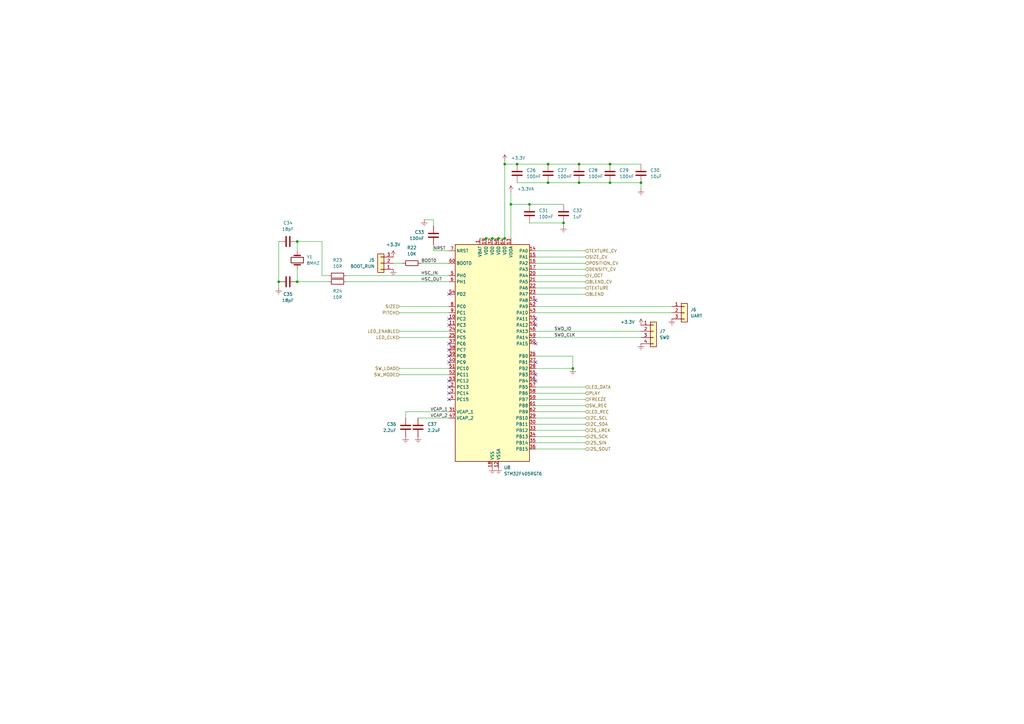
<source format=kicad_sch>
(kicad_sch (version 20231120) (generator "eeschema") (generator_version "8.0")
  (paper "A3")
  (lib_symbols
    (symbol "Connector_Generic:Conn_01x03" (pin_names (offset 1.016) hide)
      (property "Reference" "J" (at 0 5.08 0))
      (property "Value" "Conn_01x03" (at 0 -5.08 0))
      (symbol "Conn_01x03_1_1"
        (rectangle (start -1.27 -2.413) (end 0 -2.667) (stroke (width 0.1524)))
        (rectangle (start -1.27 0.127) (end 0 -0.127) (stroke (width 0.1524)))
        (rectangle (start -1.27 2.667) (end 0 2.413) (stroke (width 0.1524)))
        (rectangle (start -1.27 3.81) (end 1.27 -3.81) (stroke (width 0.254)) (fill (type background)))
        (pin passive line (at -5.08 2.54 0) (length 3.81) (name "Pin_1") (number "1"))
        (pin passive line (at -5.08 0 0) (length 3.81) (name "Pin_2") (number "2"))
        (pin passive line (at -5.08 -2.54 0) (length 3.81) (name "Pin_3") (number "3"))
      )
    )
    (symbol "Connector_Generic:Conn_01x04" (pin_names (offset 1.016) hide)
      (property "Reference" "J" (at 0 5.08 0))
      (property "Value" "Conn_01x04" (at 0 -7.62 0))
      (symbol "Conn_01x04_1_1"
        (rectangle (start -1.27 -4.953) (end 0 -5.207) (stroke (width 0.1524)))
        (rectangle (start -1.27 -2.413) (end 0 -2.667) (stroke (width 0.1524)))
        (rectangle (start -1.27 0.127) (end 0 -0.127) (stroke (width 0.1524)))
        (rectangle (start -1.27 2.667) (end 0 2.413) (stroke (width 0.1524)))
        (rectangle (start -1.27 3.81) (end 1.27 -6.35) (stroke (width 0.254)) (fill (type background)))
        (pin passive line (at -5.08 2.54 0) (length 3.81) (name "Pin_1") (number "1"))
        (pin passive line (at -5.08 0 0) (length 3.81) (name "Pin_2") (number "2"))
        (pin passive line (at -5.08 -2.54 0) (length 3.81) (name "Pin_3") (number "3"))
        (pin passive line (at -5.08 -5.08 0) (length 3.81) (name "Pin_4") (number "4"))
      )
    )
    (symbol "Device:C" (pin_numbers hide) (pin_names (offset 0.254))
      (property "Reference" "C" (at 0.635 2.54 0))
      (property "Value" "C" (at 0.635 -2.54 0))
      (symbol "C_0_1"
        (polyline (pts (xy -2.032 -0.762) (xy 2.032 -0.762)) (stroke (width 0.508)))
        (polyline (pts (xy -2.032 0.762) (xy 2.032 0.762)) (stroke (width 0.508)))
      )
      (symbol "C_1_1"
        (pin passive line (at 0 3.81 270) (length 2.794) (name "~") (number "1"))
        (pin passive line (at 0 -3.81 90) (length 2.794) (name "~") (number "2"))
      )
    )
    (symbol "Device:Crystal" (pin_numbers hide) (pin_names (offset 1.016) hide)
      (property "Reference" "Y" (at 0 3.81 0))
      (property "Value" "Crystal" (at 0 -3.81 0))
      (symbol "Crystal_0_1"
        (rectangle (start -1.143 2.54) (end 1.143 -2.54) (stroke (width 0.3048)))
        (polyline (pts (xy -2.54 0) (xy -1.905 0)))
        (polyline (pts (xy -1.905 -1.27) (xy -1.905 1.27)) (stroke (width 0.508)))
        (polyline (pts (xy 1.905 -1.27) (xy 1.905 1.27)) (stroke (width 0.508)))
        (polyline (pts (xy 2.54 0) (xy 1.905 0)))
      )
      (symbol "Crystal_1_1"
        (pin passive line (at -3.81 0 0) (length 1.27) (name "1") (number "1"))
        (pin passive line (at 3.81 0 180) (length 1.27) (name "2") (number "2"))
      )
    )
    (symbol "Device:R" (pin_numbers hide) (pin_names (offset 0))
      (property "Reference" "R" (at 2.032 0 90))
      (property "Value" "R" (at 0 0 90))
      (symbol "R_0_1"
        (rectangle (start -1.016 -2.54) (end 1.016 2.54) (stroke (width 0.254)))
      )
      (symbol "R_1_1"
        (pin passive line (at 0 3.81 270) (length 1.27) (name "~") (number "1"))
        (pin passive line (at 0 -3.81 90) (length 1.27) (name "~") (number "2"))
      )
    )
    (symbol "MCU_ST_STM32F4:STM32F405RGTx"
      (property "Reference" "U" (at -15.24 46.99 0))
      (property "Value" "STM32F405RGTx" (at 10.16 46.99 0))
      (symbol "STM32F405RGTx_0_1"
        (rectangle (start -15.24 -43.18) (end 15.24 45.72) (stroke (width 0.254)) (fill (type background)))
      )
      (symbol "STM32F405RGTx_1_1"
        (pin power_in line (at -5.08 48.26 270) (length 2.54) (name "VBAT") (number "1"))
        (pin bidirectional line (at -17.78 15.24 0) (length 2.54) (name "PC2") (number "10"))
        (pin bidirectional line (at -17.78 12.7 0) (length 2.54) (name "PC3") (number "11"))
        (pin power_in line (at 2.54 -45.72 90) (length 2.54) (name "VSSA") (number "12"))
        (pin power_in line (at 7.62 48.26 270) (length 2.54) (name "VDDA") (number "13"))
        (pin bidirectional line (at 17.78 43.18 180) (length 2.54) (name "PA0") (number "14"))
        (pin bidirectional line (at 17.78 40.64 180) (length 2.54) (name "PA1") (number "15"))
        (pin bidirectional line (at 17.78 38.1 180) (length 2.54) (name "PA2") (number "16"))
        (pin bidirectional line (at 17.78 35.56 180) (length 2.54) (name "PA3") (number "17"))
        (pin power_in line (at 0 -45.72 90) (length 2.54) (name "VSS") (number "18"))
        (pin power_in line (at -2.54 48.26 270) (length 2.54) (name "VDD") (number "19"))
        (pin bidirectional line (at -17.78 -12.7 0) (length 2.54) (name "PC13") (number "2"))
        (pin bidirectional line (at 17.78 33.02 180) (length 2.54) (name "PA4") (number "20"))
        (pin bidirectional line (at 17.78 30.48 180) (length 2.54) (name "PA5") (number "21"))
        (pin bidirectional line (at 17.78 27.94 180) (length 2.54) (name "PA6") (number "22"))
        (pin bidirectional line (at 17.78 25.4 180) (length 2.54) (name "PA7") (number "23"))
        (pin bidirectional line (at -17.78 10.16 0) (length 2.54) (name "PC4") (number "24"))
        (pin bidirectional line (at -17.78 7.62 0) (length 2.54) (name "PC5") (number "25"))
        (pin bidirectional line (at 17.78 0 180) (length 2.54) (name "PB0") (number "26"))
        (pin bidirectional line (at 17.78 -2.54 180) (length 2.54) (name "PB1") (number "27"))
        (pin bidirectional line (at 17.78 -5.08 180) (length 2.54) (name "PB2") (number "28"))
        (pin bidirectional line (at 17.78 -25.4 180) (length 2.54) (name "PB10") (number "29"))
        (pin bidirectional line (at -17.78 -15.24 0) (length 2.54) (name "PC14") (number "3"))
        (pin bidirectional line (at 17.78 -27.94 180) (length 2.54) (name "PB11") (number "30"))
        (pin power_out line (at -17.78 -22.86 0) (length 2.54) (name "VCAP_1") (number "31"))
        (pin power_in line (at 0 48.26 270) (length 2.54) (name "VDD") (number "32"))
        (pin bidirectional line (at 17.78 -30.48 180) (length 2.54) (name "PB12") (number "33"))
        (pin bidirectional line (at 17.78 -33.02 180) (length 2.54) (name "PB13") (number "34"))
        (pin bidirectional line (at 17.78 -35.56 180) (length 2.54) (name "PB14") (number "35"))
        (pin bidirectional line (at 17.78 -38.1 180) (length 2.54) (name "PB15") (number "36"))
        (pin bidirectional line (at -17.78 5.08 0) (length 2.54) (name "PC6") (number "37"))
        (pin bidirectional line (at -17.78 2.54 0) (length 2.54) (name "PC7") (number "38"))
        (pin bidirectional line (at -17.78 0 0) (length 2.54) (name "PC8") (number "39"))
        (pin bidirectional line (at -17.78 -17.78 0) (length 2.54) (name "PC15") (number "4"))
        (pin bidirectional line (at -17.78 -2.54 0) (length 2.54) (name "PC9") (number "40"))
        (pin bidirectional line (at 17.78 22.86 180) (length 2.54) (name "PA8") (number "41"))
        (pin bidirectional line (at 17.78 20.32 180) (length 2.54) (name "PA9") (number "42"))
        (pin bidirectional line (at 17.78 17.78 180) (length 2.54) (name "PA10") (number "43"))
        (pin bidirectional line (at 17.78 15.24 180) (length 2.54) (name "PA11") (number "44"))
        (pin bidirectional line (at 17.78 12.7 180) (length 2.54) (name "PA12") (number "45"))
        (pin bidirectional line (at 17.78 10.16 180) (length 2.54) (name "PA13") (number "46"))
        (pin power_out line (at -17.78 -25.4 0) (length 2.54) (name "VCAP_2") (number "47"))
        (pin power_in line (at 2.54 48.26 270) (length 2.54) (name "VDD") (number "48"))
        (pin bidirectional line (at 17.78 7.62 180) (length 2.54) (name "PA14") (number "49"))
        (pin bidirectional line (at -17.78 33.02 0) (length 2.54) (name "PH0") (number "5"))
        (pin bidirectional line (at 17.78 5.08 180) (length 2.54) (name "PA15") (number "50"))
        (pin bidirectional line (at -17.78 -5.08 0) (length 2.54) (name "PC10") (number "51"))
        (pin bidirectional line (at -17.78 -7.62 0) (length 2.54) (name "PC11") (number "52"))
        (pin bidirectional line (at -17.78 -10.16 0) (length 2.54) (name "PC12") (number "53"))
        (pin bidirectional line (at -17.78 25.4 0) (length 2.54) (name "PD2") (number "54"))
        (pin bidirectional line (at 17.78 -7.62 180) (length 2.54) (name "PB3") (number "55"))
        (pin bidirectional line (at 17.78 -10.16 180) (length 2.54) (name "PB4") (number "56"))
        (pin bidirectional line (at 17.78 -12.7 180) (length 2.54) (name "PB5") (number "57"))
        (pin bidirectional line (at 17.78 -15.24 180) (length 2.54) (name "PB6") (number "58"))
        (pin bidirectional line (at 17.78 -17.78 180) (length 2.54) (name "PB7") (number "59"))
        (pin bidirectional line (at -17.78 30.48 0) (length 2.54) (name "PH1") (number "6"))
        (pin input line (at -17.78 38.1 0) (length 2.54) (name "BOOT0") (number "60"))
        (pin bidirectional line (at 17.78 -20.32 180) (length 2.54) (name "PB8") (number "61"))
        (pin bidirectional line (at 17.78 -22.86 180) (length 2.54) (name "PB9") (number "62"))
        (pin passive line (at 0 -45.72 90) (length 2.54) hide (name "VSS") (number "63"))
        (pin power_in line (at 5.08 48.26 270) (length 2.54) (name "VDD") (number "64"))
        (pin input line (at -17.78 43.18 0) (length 2.54) (name "NRST") (number "7"))
        (pin bidirectional line (at -17.78 20.32 0) (length 2.54) (name "PC0") (number "8"))
        (pin bidirectional line (at -17.78 17.78 0) (length 2.54) (name "PC1") (number "9"))
      )
    )
    (symbol "power:+3.3V" (power) (pin_numbers hide) (pin_names (offset 0) hide)
      (property "Value" "+3.3V" (at 0 3.556 0))
      (symbol "+3.3V_0_1"
        (polyline (pts (xy -0.762 1.27) (xy 0 2.54)))
        (polyline (pts (xy 0 0) (xy 0 2.54)))
        (polyline (pts (xy 0 2.54) (xy 0.762 1.27)))
      )
      (symbol "+3.3V_1_1"
        (pin power_in line (at 0 0 90) (length 0) (name "~") (number "1"))
      )
    )
    (symbol "power:GNDREF" (power) (pin_numbers hide) (pin_names (offset 0) hide)
      (property "Value" "GNDREF" (at 0 -3.81 0))
      (symbol "GNDREF_0_1"
        (polyline (pts (xy -0.635 -1.905) (xy 0.635 -1.905)))
        (polyline (pts (xy -0.127 -2.54) (xy 0.127 -2.54)))
        (polyline (pts (xy 0 -1.27) (xy 0 0)))
        (polyline (pts (xy 1.27 -1.27) (xy -1.27 -1.27)))
      )
      (symbol "GNDREF_1_1"
        (pin power_in line (at 0 0 270) (length 0) (name "~") (number "1"))
      )
    )
  )
  (junction (at 121.92 115.57))
  (junction (at 114.3 115.57))
  (junction (at 201.93 97.79))
  (junction (at 199.39 97.79))
  (junction (at 212.09 67.31))
  (junction (at 250.19 67.31))
  (junction (at 204.47 97.79))
  (junction (at 234.95 151.13))
  (junction (at 237.49 74.93))
  (junction (at 237.49 67.31))
  (junction (at 224.79 74.93))
  (junction (at 231.14 91.44))
  (junction (at 250.19 74.93))
  (junction (at 207.01 97.79))
  (junction (at 262.89 74.93))
  (junction (at 209.55 83.82))
  (junction (at 207.01 67.31))
  (junction (at 224.79 67.31))
  (junction (at 121.92 99.06))
  (junction (at 217.17 83.82))
  (no_connect (at 184.15 130.81))
  (no_connect (at 219.71 153.67))
  (no_connect (at 184.15 163.83))
  (no_connect (at 219.71 148.59))
  (no_connect (at 184.15 120.65))
  (no_connect (at 219.71 133.35))
  (no_connect (at 219.71 140.97))
  (no_connect (at 184.15 148.59))
  (no_connect (at 184.15 133.35))
  (no_connect (at 219.71 156.21))
  (no_connect (at 184.15 156.21))
  (no_connect (at 219.71 123.19))
  (no_connect (at 184.15 161.29))
  (no_connect (at 184.15 140.97))
  (no_connect (at 184.15 143.51))
  (no_connect (at 184.15 146.05))
  (no_connect (at 184.15 158.75))
  (no_connect (at 219.71 130.81))
  (wire (pts (xy 219.71 168.91) (xy 240.03 168.91)))
  (wire (pts (xy 219.71 171.45) (xy 240.03 171.45)))
  (wire (pts (xy 177.8 102.87) (xy 184.15 102.87)))
  (wire (pts (xy 224.79 74.93) (xy 237.49 74.93)))
  (wire (pts (xy 163.83 135.89) (xy 184.15 135.89)))
  (wire (pts (xy 204.47 97.79) (xy 207.01 97.79)))
  (wire (pts (xy 217.17 83.82) (xy 231.14 83.82)))
  (wire (pts (xy 171.45 171.45) (xy 184.15 171.45)))
  (wire (pts (xy 219.71 120.65) (xy 240.03 120.65)))
  (wire (pts (xy 212.09 74.93) (xy 224.79 74.93)))
  (wire (pts (xy 166.37 171.45) (xy 166.37 168.91)))
  (wire (pts (xy 121.92 99.06) (xy 132.08 99.06)))
  (wire (pts (xy 114.3 115.57) (xy 114.3 118.11)))
  (wire (pts (xy 231.14 91.44) (xy 231.14 92.71)))
  (wire (pts (xy 219.71 138.43) (xy 262.89 138.43)))
  (wire (pts (xy 201.93 97.79) (xy 204.47 97.79)))
  (wire (pts (xy 177.8 90.17) (xy 173.99 90.17)))
  (wire (pts (xy 219.71 161.29) (xy 240.03 161.29)))
  (wire (pts (xy 177.8 92.71) (xy 177.8 90.17)))
  (wire (pts (xy 114.3 99.06) (xy 114.3 115.57)))
  (wire (pts (xy 199.39 97.79) (xy 201.93 97.79)))
  (wire (pts (xy 161.29 107.95) (xy 165.1 107.95)))
  (wire (pts (xy 250.19 74.93) (xy 262.89 74.93)))
  (wire (pts (xy 163.83 125.73) (xy 184.15 125.73)))
  (wire (pts (xy 219.71 107.95) (xy 240.03 107.95)))
  (wire (pts (xy 121.92 115.57) (xy 134.62 115.57)))
  (wire (pts (xy 163.83 153.67) (xy 184.15 153.67)))
  (wire (pts (xy 219.71 105.41) (xy 240.03 105.41)))
  (wire (pts (xy 219.71 115.57) (xy 240.03 115.57)))
  (wire (pts (xy 172.72 107.95) (xy 184.15 107.95)))
  (wire (pts (xy 219.71 118.11) (xy 240.03 118.11)))
  (wire (pts (xy 237.49 74.93) (xy 250.19 74.93)))
  (wire (pts (xy 142.24 115.57) (xy 184.15 115.57)))
  (wire (pts (xy 219.71 184.15) (xy 240.03 184.15)))
  (wire (pts (xy 219.71 102.87) (xy 240.03 102.87)))
  (wire (pts (xy 219.71 135.89) (xy 262.89 135.89)))
  (wire (pts (xy 207.01 66.04) (xy 207.01 67.31)))
  (wire (pts (xy 219.71 179.07) (xy 240.03 179.07)))
  (wire (pts (xy 163.83 128.27) (xy 184.15 128.27)))
  (wire (pts (xy 209.55 83.82) (xy 209.55 78.74)))
  (wire (pts (xy 209.55 83.82) (xy 217.17 83.82)))
  (wire (pts (xy 196.85 97.79) (xy 199.39 97.79)))
  (wire (pts (xy 224.79 67.31) (xy 237.49 67.31)))
  (wire (pts (xy 142.24 113.03) (xy 184.15 113.03)))
  (wire (pts (xy 207.01 67.31) (xy 212.09 67.31)))
  (wire (pts (xy 250.19 67.31) (xy 262.89 67.31)))
  (wire (pts (xy 219.71 125.73) (xy 275.59 125.73)))
  (wire (pts (xy 212.09 67.31) (xy 224.79 67.31)))
  (wire (pts (xy 121.92 102.87) (xy 121.92 99.06)))
  (wire (pts (xy 234.95 146.05) (xy 234.95 151.13)))
  (wire (pts (xy 219.71 166.37) (xy 240.03 166.37)))
  (wire (pts (xy 219.71 163.83) (xy 240.03 163.83)))
  (wire (pts (xy 219.71 176.53) (xy 240.03 176.53)))
  (wire (pts (xy 209.55 83.82) (xy 209.55 97.79)))
  (wire (pts (xy 231.14 91.44) (xy 217.17 91.44)))
  (wire (pts (xy 262.89 77.47) (xy 262.89 74.93)))
  (wire (pts (xy 132.08 113.03) (xy 134.62 113.03)))
  (wire (pts (xy 163.83 138.43) (xy 184.15 138.43)))
  (wire (pts (xy 207.01 67.31) (xy 207.01 97.79)))
  (wire (pts (xy 163.83 151.13) (xy 184.15 151.13)))
  (wire (pts (xy 177.8 100.33) (xy 177.8 102.87)))
  (wire (pts (xy 219.71 146.05) (xy 234.95 146.05)))
  (wire (pts (xy 219.71 173.99) (xy 240.03 173.99)))
  (wire (pts (xy 219.71 113.03) (xy 240.03 113.03)))
  (wire (pts (xy 237.49 67.31) (xy 250.19 67.31)))
  (wire (pts (xy 219.71 128.27) (xy 275.59 128.27)))
  (wire (pts (xy 219.71 158.75) (xy 240.03 158.75)))
  (wire (pts (xy 166.37 168.91) (xy 184.15 168.91)))
  (wire (pts (xy 121.92 110.49) (xy 121.92 115.57)))
  (wire (pts (xy 132.08 99.06) (xy 132.08 113.03)))
  (wire (pts (xy 234.95 151.13) (xy 219.71 151.13)))
  (wire (pts (xy 219.71 110.49) (xy 240.03 110.49)))
  (wire (pts (xy 219.71 181.61) (xy 240.03 181.61)))
  (label "VCAP_1" (at 176.53 168.91 0))
  (label "SWD_IO" (at 227.33 135.89 0))
  (label "NRST" (at 177.8 102.87 0))
  (label "SWD_CLK" (at 227.33 138.43 0))
  (label "VCAP_2" (at 176.53 171.45 0))
  (label "HSC_IN" (at 172.72 113.03 0))
  (label "BOOT0" (at 172.72 107.95 0))
  (label "HSC_OUT" (at 172.72 115.57 0))
  (hierarchical_label "V_OCT" (shape input) (at 240.03 113.03 0))
  (hierarchical_label "I2S_SOUT" (shape input) (at 240.03 184.15 0))
  (hierarchical_label "LED_CLK" (shape input) (at 163.83 138.43 180))
  (hierarchical_label "LED_ENABLE" (shape input) (at 163.83 135.89 180))
  (hierarchical_label "SIZE_CV" (shape input) (at 240.03 105.41 0))
  (hierarchical_label "POSITION_CV" (shape input) (at 240.03 107.95 0))
  (hierarchical_label "SIZE" (shape input) (at 163.83 125.73 180))
  (hierarchical_label "FREEZE" (shape input) (at 240.03 163.83 0))
  (hierarchical_label "PLAY" (shape input) (at 240.03 161.29 0))
  (hierarchical_label "SW_REC" (shape input) (at 240.03 166.37 0))
  (hierarchical_label "I2S_SIN" (shape input) (at 240.03 181.61 0))
  (hierarchical_label "TEXTURE" (shape input) (at 240.03 118.11 0))
  (hierarchical_label "I2S_LRCK" (shape input) (at 240.03 176.53 0))
  (hierarchical_label "I2C_SDA" (shape input) (at 240.03 173.99 0))
  (hierarchical_label "DENSITY_CV" (shape input) (at 240.03 110.49 0))
  (hierarchical_label "SW_LOAD" (shape input) (at 163.83 151.13 180))
  (hierarchical_label "BLEND" (shape input) (at 240.03 120.65 0))
  (hierarchical_label "PITCH" (shape input) (at 163.83 128.27 180))
  (hierarchical_label "I2C_SCL" (shape input) (at 240.03 171.45 0))
  (hierarchical_label "TEXTURE_CV" (shape input) (at 240.03 102.87 0))
  (hierarchical_label "LED_DATA" (shape input) (at 240.03 158.75 0))
  (hierarchical_label "LED_REC" (shape input) (at 240.03 168.91 0))
  (hierarchical_label "I2S_SCK" (shape input) (at 240.03 179.07 0))
  (hierarchical_label "BLEND_CV" (shape input) (at 240.03 115.57 0))
  (hierarchical_label "SW_MODE" (shape input) (at 163.83 153.67 180))
  (symbol (lib_id "power:GNDREF") (at 231.14 92.71 0) (unit 1)
    (property "Reference" "#PWR050" (effects (hide yes)))
    (property "Value" "GNDREF" (effects (hide yes)))
    (property "Description" "Power symbol creates a global label with name \"GNDREF\" , reference supply ground" (effects (hide yes)))
  )
  (symbol (lib_id "power:GNDREF") (at 262.89 140.97 0) (unit 1)
    (property "Reference" "#PWR056" (effects (hide yes)))
    (property "Value" "GNDREF" (effects (hide yes)))
    (property "Description" "Power symbol creates a global label with name \"GNDREF\" , reference supply ground" (effects (hide yes)))
  )
  (symbol (lib_id "Device:C") (at 166.37 175.26 0) (unit 1)
    (property "Reference" "C36" (at 162.56 173.9899 0) (effects (justify right)))
    (property "Value" "2.2uF" (at 162.56 176.5299 0) (effects (justify right)))
    (property "Footprint" "Capacitor_SMD:C_0805_2012Metric_Pad1.18x1.45mm_HandSolder" (effects (hide yes)))
    (property "Description" "Unpolarized capacitor" (effects (hide yes)))
  )
  (symbol (lib_id "power:GNDREF") (at 275.59 130.81 0) (unit 1)
    (property "Reference" "#PWR054" (effects (hide yes)))
    (property "Value" "GNDREF" (effects (hide yes)))
    (property "Description" "Power symbol creates a global label with name \"GNDREF\" , reference supply ground" (effects (hide yes)))
  )
  (symbol (lib_id "power:GNDREF") (at 171.45 179.07 0) (unit 1)
    (property "Reference" "#PWR059" (effects (hide yes)))
    (property "Value" "GNDREF" (effects (hide yes)))
    (property "Description" "Power symbol creates a global label with name \"GNDREF\" , reference supply ground" (effects (hide yes)))
  )
  (symbol (lib_id "MCU_ST_STM32F4:STM32F405RGTx") (at 201.93 146.05 0) (unit 1)
    (property "Reference" "U8" (at 206.6641 191.77 0) (effects (justify left)))
    (property "Value" "STM32F405RGT6" (at 206.6641 194.31 0) (effects (justify left)))
    (property "Footprint" "Package_QFP:LQFP-64_10x10mm_P0.5mm" (effects (hide yes)))
    (property "Datasheet" "https://www.st.com/resource/en/datasheet/stm32f405rg.pdf" (effects (hide yes)))
    (property "Description" "STMicroelectronics Arm Cortex-M4 MCU, 1024KB flash, 192KB RAM, 168 MHz, 1.8-3.6V, 51 GPIO, LQFP64" (effects (hide yes)))
  )
  (symbol (lib_id "Device:Crystal") (at 121.92 106.68 270) (unit 1)
    (property "Reference" "Y1" (at 125.73 105.4099 90) (effects (justify left)))
    (property "Value" "8MHZ" (at 125.73 107.9499 90) (effects (justify left)))
    (property "Footprint" "Crystal:Crystal_HC49-U_Vertical" (effects (hide yes)))
    (property "Description" "Two pin crystal" (effects (hide yes)))
  )
  (symbol (lib_id "Device:C") (at 118.11 115.57 270) (unit 1)
    (property "Reference" "C35" (at 118.11 120.65 90))
    (property "Value" "18pF" (at 118.11 123.19 90))
    (property "Footprint" "Capacitor_SMD:C_0805_2012Metric_Pad1.18x1.45mm_HandSolder" (effects (hide yes)))
    (property "Description" "Unpolarized capacitor" (effects (hide yes)))
  )
  (symbol (lib_id "Device:C") (at 217.17 87.63 180) (unit 1)
    (property "Reference" "C31" (at 220.98 86.3599 0) (effects (justify right)))
    (property "Value" "100nF" (at 220.98 88.8999 0) (effects (justify right)))
    (property "Footprint" "Capacitor_SMD:C_0805_2012Metric_Pad1.18x1.45mm_HandSolder" (effects (hide yes)))
    (property "Description" "Unpolarized capacitor" (effects (hide yes)))
  )
  (symbol (lib_id "Device:R") (at 138.43 113.03 90) (unit 1)
    (property "Reference" "R23" (at 138.43 106.68 90))
    (property "Value" "10R" (at 138.43 109.22 90))
    (property "Footprint" "Resistor_SMD:R_0805_2012Metric_Pad1.20x1.40mm_HandSolder" (effects (hide yes)))
    (property "Description" "Resistor" (effects (hide yes)))
  )
  (symbol (lib_id "power:GNDREF") (at 166.37 179.07 0) (unit 1)
    (property "Reference" "#PWR058" (effects (hide yes)))
    (property "Value" "GNDREF" (effects (hide yes)))
    (property "Description" "Power symbol creates a global label with name \"GNDREF\" , reference supply ground" (effects (hide yes)))
  )
  (symbol (lib_id "Device:C") (at 250.19 71.12 180) (unit 1)
    (property "Reference" "C29" (at 254 69.8499 0) (effects (justify right)))
    (property "Value" "100nF" (at 254 72.3899 0) (effects (justify right)))
    (property "Footprint" "Capacitor_SMD:C_0805_2012Metric_Pad1.18x1.45mm_HandSolder" (effects (hide yes)))
    (property "Description" "Unpolarized capacitor" (effects (hide yes)))
  )
  (symbol (lib_id "power:GNDREF") (at 114.3 118.11 0) (unit 1)
    (property "Reference" "#PWR053" (effects (hide yes)))
    (property "Value" "GNDREF" (effects (hide yes)))
    (property "Description" "Power symbol creates a global label with name \"GNDREF\" , reference supply ground" (effects (hide yes)))
  )
  (symbol (lib_id "Connector_Generic:Conn_01x04") (at 267.97 135.89 0) (unit 1)
    (property "Reference" "J7" (at 270.51 135.8899 0) (effects (justify left)))
    (property "Value" "SWD" (at 270.51 138.4299 0) (effects (justify left)))
    (property "Footprint" "Connector_PinHeader_2.54mm:PinHeader_1x04_P2.54mm_Vertical" (effects (hide yes)))
    (property "Description" "Generic connector, single row, 01x04, script generated (kicad-library-utils/schlib/autogen/connector/)" (effects (hide yes)))
  )
  (symbol (lib_id "Connector_Generic:Conn_01x03") (at 156.21 107.95 180) (unit 1)
    (property "Reference" "J5" (at 153.67 106.6799 0) (effects (justify left)))
    (property "Value" "BOOT_RUN" (at 153.67 109.2199 0) (effects (justify left)))
    (property "Footprint" "Connector_PinHeader_2.54mm:PinHeader_1x03_P2.54mm_Vertical" (effects (hide yes)))
    (property "Description" "Generic connector, single row, 01x03, script generated (kicad-library-utils/schlib/autogen/connector/)" (effects (hide yes)))
  )
  (symbol (lib_id "Device:C") (at 231.14 87.63 180) (unit 1)
    (property "Reference" "C32" (at 234.95 86.3599 0) (effects (justify right)))
    (property "Value" "1uF" (at 234.95 88.8999 0) (effects (justify right)))
    (property "Footprint" "Capacitor_SMD:C_0805_2012Metric_Pad1.18x1.45mm_HandSolder" (effects (hide yes)))
    (property "Description" "Unpolarized capacitor" (effects (hide yes)))
  )
  (symbol (lib_id "power:GNDREF") (at 234.95 151.13 0) (unit 1)
    (property "Reference" "#PWR057" (effects (hide yes)))
    (property "Value" "GNDREF" (effects (hide yes)))
    (property "Description" "Power symbol creates a global label with name \"GNDREF\" , reference supply ground" (effects (hide yes)))
  )
  (symbol (lib_id "Connector_Generic:Conn_01x03") (at 280.67 128.27 0) (unit 1)
    (property "Reference" "J6" (at 283.21 126.9999 0) (effects (justify left)))
    (property "Value" "UART" (at 283.21 129.5399 0) (effects (justify left)))
    (property "Footprint" "Connector_PinHeader_2.54mm:PinHeader_1x03_P2.54mm_Vertical" (effects (hide yes)))
    (property "Description" "Generic connector, single row, 01x03, script generated (kicad-library-utils/schlib/autogen/connector/)" (effects (hide yes)))
  )
  (symbol (lib_id "Device:R") (at 168.91 107.95 90) (unit 1)
    (property "Reference" "R22" (at 168.91 101.6 90))
    (property "Value" "10K" (at 168.91 104.14 90))
    (property "Footprint" "Resistor_SMD:R_0805_2012Metric_Pad1.20x1.40mm_HandSolder" (effects (hide yes)))
    (property "Description" "Resistor" (effects (hide yes)))
  )
  (symbol (lib_id "power:GNDREF") (at 262.89 77.47 0) (unit 1)
    (property "Reference" "#PWR047" (effects (hide yes)))
    (property "Value" "GNDREF" (effects (hide yes)))
    (property "Description" "Power symbol creates a global label with name \"GNDREF\" , reference supply ground" (effects (hide yes)))
  )
  (symbol (lib_id "Device:C") (at 177.8 96.52 180) (unit 1)
    (property "Reference" "C33" (at 173.99 95.2499 0) (effects (justify left)))
    (property "Value" "100nF" (at 173.99 97.7899 0) (effects (justify left)))
    (property "Footprint" "Capacitor_SMD:C_0805_2012Metric_Pad1.18x1.45mm_HandSolder" (effects (hide yes)))
    (property "Description" "Unpolarized capacitor" (effects (hide yes)))
  )
  (symbol (lib_id "Device:C") (at 262.89 71.12 180) (unit 1)
    (property "Reference" "C30" (at 266.7 69.8499 0) (effects (justify right)))
    (property "Value" "10uF" (at 266.7 72.3899 0) (effects (justify right)))
    (property "Footprint" "Capacitor_SMD:C_0805_2012Metric_Pad1.18x1.45mm_HandSolder" (effects (hide yes)))
    (property "Description" "Unpolarized capacitor" (effects (hide yes)))
  )
  (symbol (lib_id "power:GNDREF") (at 161.29 110.49 0) (unit 1)
    (property "Reference" "#PWR052" (effects (hide yes)))
    (property "Value" "GNDREF" (effects (hide yes)))
    (property "Description" "Power symbol creates a global label with name \"GNDREF\" , reference supply ground" (effects (hide yes)))
  )
  (symbol (lib_id "Device:C") (at 224.79 71.12 180) (unit 1)
    (property "Reference" "C27" (at 228.6 69.8499 0) (effects (justify right)))
    (property "Value" "100nF" (at 228.6 72.3899 0) (effects (justify right)))
    (property "Footprint" "Capacitor_SMD:C_0805_2012Metric_Pad1.18x1.45mm_HandSolder" (effects (hide yes)))
    (property "Description" "Unpolarized capacitor" (effects (hide yes)))
  )
  (symbol (lib_id "power:GNDREF") (at 201.93 191.77 0) (unit 1)
    (property "Reference" "#PWR060" (effects (hide yes)))
    (property "Value" "GNDREF" (effects (hide yes)))
    (property "Description" "Power symbol creates a global label with name \"GNDREF\" , reference supply ground" (effects (hide yes)))
  )
  (symbol (lib_id "Device:C") (at 118.11 99.06 270) (unit 1)
    (property "Reference" "C34" (at 118.11 91.44 90))
    (property "Value" "18pF" (at 118.11 93.98 90))
    (property "Footprint" "Capacitor_SMD:C_0805_2012Metric_Pad1.18x1.45mm_HandSolder" (effects (hide yes)))
    (property "Description" "Unpolarized capacitor" (effects (hide yes)))
  )
  (symbol (lib_id "power:+3.3V") (at 262.89 133.35 0) (unit 1)
    (property "Reference" "#PWR055" (effects (hide yes)))
    (property "Value" "+3.3V" (at 260.35 132.0799 0) (effects (justify right)))
    (property "Description" "Power symbol creates a global label with name \"+3.3V\"" (effects (hide yes)))
  )
  (symbol (lib_id "Device:C") (at 171.45 175.26 0) (unit 1)
    (property "Reference" "C37" (at 175.26 173.9899 0) (effects (justify left)))
    (property "Value" "2.2uF" (at 175.26 176.5299 0) (effects (justify left)))
    (property "Footprint" "Capacitor_SMD:C_0805_2012Metric_Pad1.18x1.45mm_HandSolder" (effects (hide yes)))
    (property "Description" "Unpolarized capacitor" (effects (hide yes)))
  )
  (symbol (lib_id "Device:R") (at 138.43 115.57 90) (unit 1)
    (property "Reference" "R24" (at 138.43 119.38 90))
    (property "Value" "10R" (at 138.43 121.92 90))
    (property "Footprint" "Resistor_SMD:R_0805_2012Metric_Pad1.20x1.40mm_HandSolder" (effects (hide yes)))
    (property "Description" "Resistor" (effects (hide yes)))
  )
  (symbol (lib_id "power:+3.3V") (at 161.29 105.41 0) (unit 1)
    (property "Reference" "#PWR051" (effects (hide yes)))
    (property "Value" "+3.3V" (at 161.29 100.33 0))
    (property "Description" "Power symbol creates a global label with name \"+3.3V\"" (effects (hide yes)))
  )
  (symbol (lib_id "power:GNDREF") (at 173.99 90.17 0) (unit 1)
    (property "Reference" "#PWR049" (effects (hide yes)))
    (property "Value" "GNDREF" (effects (hide yes)))
    (property "Description" "Power symbol creates a global label with name \"GNDREF\" , reference supply ground" (effects (hide yes)))
  )
  (symbol (lib_id "Device:C") (at 212.09 71.12 180) (unit 1)
    (property "Reference" "C26" (at 215.9 69.8499 0) (effects (justify right)))
    (property "Value" "100nF" (at 215.9 72.3899 0) (effects (justify right)))
    (property "Footprint" "Capacitor_SMD:C_0805_2012Metric_Pad1.18x1.45mm_HandSolder" (effects (hide yes)))
    (property "Description" "Unpolarized capacitor" (effects (hide yes)))
  )
  (symbol (lib_id "power:+3.3V") (at 209.55 78.74 0) (unit 1)
    (property "Reference" "#PWR048" (effects (hide yes)))
    (property "Value" "+3.3VA" (at 212.09 77.4699 0) (effects (justify left)))
    (property "Description" "Power symbol creates a global label with name \"+3.3V\"" (effects (hide yes)))
  )
  (symbol (lib_id "power:GNDREF") (at 204.47 191.77 0) (unit 1)
    (property "Reference" "#PWR061" (effects (hide yes)))
    (property "Value" "GNDREF" (effects (hide yes)))
    (property "Description" "Power symbol creates a global label with name \"GNDREF\" , reference supply ground" (effects (hide yes)))
  )
  (symbol (lib_id "power:+3.3V") (at 207.01 66.04 0) (unit 1)
    (property "Reference" "#PWR046" (effects (hide yes)))
    (property "Value" "+3.3V" (at 209.55 64.7699 0) (effects (justify left)))
    (property "Description" "Power symbol creates a global label with name \"+3.3V\"" (effects (hide yes)))
  )
  (symbol (lib_id "Device:C") (at 237.49 71.12 180) (unit 1)
    (property "Reference" "C28" (at 241.3 69.8499 0) (effects (justify right)))
    (property "Value" "100nF" (at 241.3 72.3899 0) (effects (justify right)))
    (property "Footprint" "Capacitor_SMD:C_0805_2012Metric_Pad1.18x1.45mm_HandSolder" (effects (hide yes)))
    (property "Description" "Unpolarized capacitor" (effects (hide yes)))
  )
)
</source>
